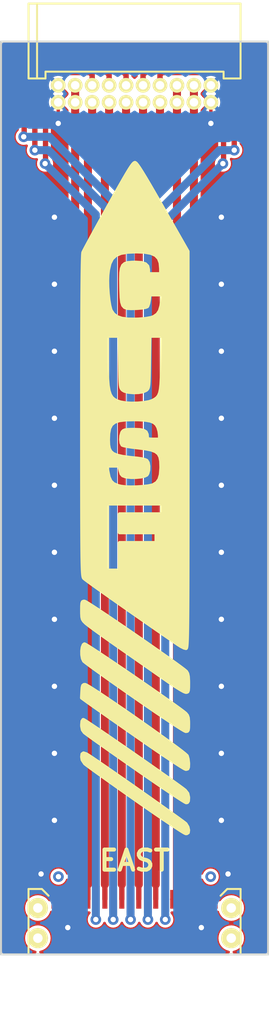
<source format=kicad_pcb>
(kicad_pcb (version 20221018) (generator pcbnew)
  (layers (0 "F.Cu" signal) (31 "B.Cu" signal) (34 "B.Paste" user) (35 "F.Paste" user) (36 "B.SilkS" user "B.Silkscreen") (37 "F.SilkS" user "F.Silkscreen") (38 "B.Mask" user) (39 "F.Mask" user) (44 "Edge.Cuts" user))
  (net 0 "")
  (net 1 "GND")
  (net 2 "/PYRO_SO")
  (net 3 "/PYRO_SI")
  (net 4 "/5v_RADIO")
  (net 5 "/PYRO1")
  (net 6 "/5v_IMU")
  (net 7 "/PYRO2")
  (net 8 "/5v_AUX1")
  (net 9 "/PYRO3")
  (net 10 "/5v_AUX2")
  (net 11 "/PYRO4")
  (net 12 "/5v_CAM")
  (net 13 "/PWR")
  (net 14 "/CHARGE")
  (footprint "agg:TFML-110-01-L-D-RA" (layer "F.Cu") (at 156 63 180)
    (fp_text reference "J1")
    (fp_text value "EAST TOP")
    (fp_line (start -7.9375 -1.649) (end -7.9375 3.939) (stroke (width 0.15)) (layer "F.SilkS"))
    (fp_line (start -6.6675 -1.649) (end -7.9375 -1.649) (stroke (width 0.15)) (layer "F.SilkS"))
    (fp_line (start -6.6675 -1.649) (end -6.6675 -1.141) (stroke (width 0.15)) (layer "F.SilkS"))
    (fp_line (start 6.6675 -1.649) (end 6.6675 -1.141) (stroke (width 0.15)) (layer "F.SilkS"))
    (fp_line (start 6.6675 -1.141) (end -6.6675 -1.141) (stroke (width 0.15)) (layer "F.SilkS"))
    (fp_line (start 7.3 -1.649) (end 7.3 3.939) (stroke (width 0.15)) (layer "F.SilkS"))
    (fp_line (start 7.9375 -1.649) (end 6.6675 -1.649) (stroke (width 0.15)) (layer "F.SilkS"))
    (fp_line (start 7.9375 -1.649) (end 7.9375 3.939) (stroke (width 0.15)) (layer "F.SilkS"))
    (fp_line (start 7.9375 3.939) (end -7.9375 3.939) (stroke (width 0.15)) (layer "F.SilkS"))
    (pad "1" thru_hole circle (at -5.715 -2.159) (size 1.1 1.1) (drill 0.635) (layers "*.Cu" "*.Mask" "F.SilkS") (net 1 "GND"))
    (pad "2" thru_hole circle (at -5.715 -3.429) (size 1.1 1.1) (drill 0.635) (layers "*.Cu" "*.Mask" "F.SilkS") (net 1 "GND"))
    (pad "3" thru_hole circle (at -4.445 -2.159) (size 1.1 1.1) (drill 0.635) (layers "*.Cu" "*.Mask" "F.SilkS") (net 2 "/PYRO_SO"))
    (pad "4" thru_hole circle (at -4.445 -3.429) (size 1.1 1.1) (drill 0.635) (layers "*.Cu" "*.Mask" "F.SilkS") (net 2 "/PYRO_SO"))
    (pad "5" thru_hole circle (at -3.175 -2.159) (size 1.1 1.1) (drill 0.635) (layers "*.Cu" "*.Mask" "F.SilkS") (net 3 "/PYRO_SI"))
    (pad "6" thru_hole circle (at -3.175 -3.429) (size 1.1 1.1) (drill 0.635) (layers "*.Cu" "*.Mask" "F.SilkS") (net 3 "/PYRO_SI"))
    (pad "7" thru_hole circle (at -1.905 -2.159) (size 1.1 1.1) (drill 0.635) (layers "*.Cu" "*.Mask" "F.SilkS") (net 4 "/5v_RADIO"))
    (pad "8" thru_hole circle (at -1.905 -3.429) (size 1.1 1.1) (drill 0.635) (layers "*.Cu" "*.Mask" "F.SilkS") (net 5 "/PYRO1"))
    (pad "9" thru_hole circle (at -0.635 -2.159) (size 1.1 1.1) (drill 0.635) (layers "*.Cu" "*.Mask" "F.SilkS") (net 6 "/5v_IMU"))
    (pad "10" thru_hole circle (at -0.635 -3.429) (size 1.1 1.1) (drill 0.635) (layers "*.Cu" "*.Mask" "F.SilkS") (net 7 "/PYRO2"))
    (pad "11" thru_hole circle (at 0.635 -2.159) (size 1.1 1.1) (drill 0.635) (layers "*.Cu" "*.Mask" "F.SilkS") (net 8 "/5v_AUX1"))
    (pad "12" thru_hole circle (at 0.635 -3.429) (size 1.1 1.1) (drill 0.635) (layers "*.Cu" "*.Mask" "F.SilkS") (net 9 "/PYRO3"))
    (pad "13" thru_hole circle (at 1.905 -2.159) (size 1.1 1.1) (drill 0.635) (layers "*.Cu" "*.Mask" "F.SilkS") (net 10 "/5v_AUX2"))
    (pad "14" thru_hole circle (at 1.905 -3.429) (size 1.1 1.1) (drill 0.635) (layers "*.Cu" "*.Mask" "F.SilkS") (net 11 "/PYRO4"))
    (pad "15" thru_hole circle (at 3.175 -2.159) (size 1.1 1.1) (drill 0.635) (layers "*.Cu" "*.Mask" "F.SilkS") (net 12 "/5v_CAM"))
    (pad "16" thru_hole circle (at 3.175 -3.429) (size 1.1 1.1) (drill 0.635) (layers "*.Cu" "*.Mask" "F.SilkS") (net 13 "/PWR"))
    (pad "17" thru_hole circle (at 4.445 -2.159) (size 1.1 1.1) (drill 0.635) (layers "*.Cu" "*.Mask" "F.SilkS") (net 14 "/CHARGE"))
    (pad "18" thru_hole circle (at 4.445 -3.429) (size 1.1 1.1) (drill 0.635) (layers "*.Cu" "*.Mask" "F.SilkS") (net 14 "/CHARGE"))
    (pad "19" thru_hole circle (at 5.715 -2.159) (size 1.1 1.1) (drill 0.635) (layers "*.Cu" "*.Mask" "F.SilkS") (net 1 "GND"))
    (pad "20" thru_hole circle (at 5.715 -3.429) (size 1.1 1.1) (drill 0.635) (layers "*.Cu" "*.Mask" "F.SilkS") (net 1 "GND"))
  )
  (footprint "agg:SFM-110-02-L-DH" (layer "F.Cu") (at 156 129.7 180)
    (fp_text reference "J2")
    (fp_text value "EAST BOT")
    (fp_line (start -7.94 -0.23) (end -7.94 4.58) (stroke (width 0.15)) (layer "F.SilkS"))
    (fp_line (start -7.94 4.58) (end -6.94 4.58) (stroke (width 0.15)) (layer "F.SilkS"))
    (fp_line (start -6.44 4.08) (end -6.94 4.58) (stroke (width 0.15)) (layer "F.SilkS"))
    (fp_line (start 6.44 4.08) (end 6.94 4.58) (stroke (width 0.15)) (layer "F.SilkS"))
    (fp_line (start 6.94 4.58) (end 7.94 4.58) (stroke (width 0.15)) (layer "F.SilkS"))
    (fp_line (start 7.94 -0.23) (end 7.94 4.58) (stroke (width 0.15)) (layer "F.SilkS"))
    (pad "" thru_hole circle (at -7.2395 0.91 180) (size 1.5 1.5) (drill 0.71) (layers "*.Cu" "*.Mask" "F.SilkS"))
    (pad "" thru_hole circle (at -7.2395 3.16 180) (size 1.5 1.5) (drill 0.71) (layers "*.Cu" "*.Mask" "F.SilkS"))
    (pad "" thru_hole circle (at 7.2395 0.91 180) (size 1.5 1.5) (drill 0.71) (layers "*.Cu" "*.Mask" "F.SilkS"))
    (pad "" thru_hole circle (at 7.2395 3.16 180) (size 1.5 1.5) (drill 0.71) (layers "*.Cu" "*.Mask" "F.SilkS"))
    (pad "1" smd rect (at -6.0325 3.81 180) (size 0.38 1.4) (layers "F.Cu" "F.Paste" "F.Mask") (net 1 "GND"))
    (pad "2" smd rect (at -5.3975 3.81 180) (size 0.38 1.4) (layers "F.Cu" "F.Paste" "F.Mask") (net 1 "GND"))
    (pad "3" smd rect (at -4.7625 3.81 180) (size 0.38 1.4) (layers "F.Cu" "F.Paste" "F.Mask") (net 2 "/PYRO_SO"))
    (pad "4" smd rect (at -4.1275 3.81 180) (size 0.38 1.4) (layers "F.Cu" "F.Paste" "F.Mask") (net 2 "/PYRO_SO"))
    (pad "5" smd rect (at -3.4925 3.81 180) (size 0.38 1.4) (layers "F.Cu" "F.Paste" "F.Mask") (net 3 "/PYRO_SI"))
    (pad "6" smd rect (at -2.8575 3.81 180) (size 0.38 1.4) (layers "F.Cu" "F.Paste" "F.Mask") (net 3 "/PYRO_SI"))
    (pad "7" smd rect (at -2.2225 3.81 180) (size 0.38 1.4) (layers "F.Cu" "F.Paste" "F.Mask") (net 4 "/5v_RADIO"))
    (pad "8" smd rect (at -1.5875 3.81 180) (size 0.38 1.4) (layers "F.Cu" "F.Paste" "F.Mask") (net 5 "/PYRO1"))
    (pad "9" smd rect (at -0.9525 3.81 180) (size 0.38 1.4) (layers "F.Cu" "F.Paste" "F.Mask") (net 6 "/5v_IMU"))
    (pad "10" smd rect (at -0.3175 3.81 180) (size 0.38 1.4) (layers "F.Cu" "F.Paste" "F.Mask") (net 7 "/PYRO2"))
    (pad "11" smd rect (at 0.3175 3.81 180) (size 0.38 1.4) (layers "F.Cu" "F.Paste" "F.Mask") (net 8 "/5v_AUX1"))
    (pad "12" smd rect (at 0.9525 3.81 180) (size 0.38 1.4) (layers "F.Cu" "F.Paste" "F.Mask") (net 9 "/PYRO3"))
    (pad "13" smd rect (at 1.5875 3.81 180) (size 0.38 1.4) (layers "F.Cu" "F.Paste" "F.Mask") (net 10 "/5v_AUX2"))
    (pad "14" smd rect (at 2.2225 3.81 180) (size 0.38 1.4) (layers "F.Cu" "F.Paste" "F.Mask") (net 11 "/PYRO4"))
    (pad "15" smd rect (at 2.8575 3.81 180) (size 0.38 1.4) (layers "F.Cu" "F.Paste" "F.Mask") (net 12 "/5v_CAM"))
    (pad "16" smd rect (at 3.4925 3.81 180) (size 0.38 1.4) (layers "F.Cu" "F.Paste" "F.Mask") (net 13 "/PWR"))
    (pad "17" smd rect (at 4.1275 3.81 180) (size 0.38 1.4) (layers "F.Cu" "F.Paste" "F.Mask") (net 14 "/CHARGE"))
    (pad "18" smd rect (at 4.7625 3.81 180) (size 0.38 1.4) (layers "F.Cu" "F.Paste" "F.Mask") (net 14 "/CHARGE"))
    (pad "19" smd rect (at 5.3975 3.81 180) (size 0.38 1.4) (layers "F.Cu" "F.Paste" "F.Mask") (net 1 "GND"))
    (pad "20" smd rect (at 6.0325 3.81 180) (size 0.38 1.4) (layers "F.Cu" "F.Paste" "F.Mask") (net 1 "GND"))
  )
  (footprint "m3psu:cusf_logo_large" (layer "F.Cu") (at 156 95.95)
    (fp_text reference "G***" hide)
    (fp_text value "LOGO" hide)
    (fp_poly (pts (xy 4.029075 24.779304) (xy 4.004875 24.960606) (xy 3.907084 25.022166) (xy 3.836192 25.023892) (xy 3.729988 24.974401) (xy 3.497861 24.835289) (xy 3.153886 24.615916) (xy 2.712134 24.325647) (xy 2.186673 23.973845) (xy 1.591577 23.569874) (xy 0.940915 23.123089) (xy 0.248759 22.642859) (xy 0.067684 22.516437) (xy -0.63565 22.023673) (xy -1.301656 21.554996) (xy -1.916017 21.120626) (xy -2.46442 20.73077) (xy -2.932556 20.395651) (xy -3.30611 20.125481) (xy -3.570772 19.930474) (xy -3.712227 19.820849) (xy -3.725646 19.808963) (xy -3.90902 19.533334) (xy -3.94335 19.316043) (xy -3.91712 19.106156) (xy -3.820851 19.039506) (xy -3.628187 19.102802) (xy -3.575008 19.130291) (xy -3.43332 19.217582) (xy -3.172314 19.389848) (xy -2.808483 19.635545) (xy -2.358337 19.943126) (xy -1.838373 20.301049) (xy -1.265099 20.697768) (xy -0.655017 21.121736) (xy -0.024627 21.561409) (xy 0.609565 22.00524) (xy 1.23106 22.441687) (xy 1.823351 22.859204) (xy 2.369936 23.246244) (xy 2.854313 23.591266) (xy 3.25998 23.882718) (xy 3.570434 24.109061) (xy 3.769168 24.258747) (xy 3.836192 24.315058) (xy 3.977934 24.550069) (xy 4.029075 24.779304)) (stroke (width 0.27)) (fill solid) (layer "F.SilkS"))
    (fp_poly (pts (xy 4.029075 19.849369) (xy 4.019239 20.086361) (xy 3.974449 20.197137) (xy 3.871784 20.226502) (xy 3.836192 20.226418) (xy 3.727466 20.177459) (xy 3.492663 20.03869) (xy 3.145697 19.819293) (xy 2.700481 19.528449) (xy 2.170924 19.175338) (xy 1.570944 18.769139) (xy 0.91445 18.31903) (xy 0.296017 17.890413) (xy -0.394667 17.409138) (xy -1.05641 16.9476) (xy -1.67299 16.517145) (xy -2.228186 16.129112) (xy -2.705783 15.794843) (xy -3.089561 15.52568) (xy -3.363298 15.332968) (xy -3.501506 15.234747) (xy -3.951734 14.91041) (xy -3.926113 14.42036) (xy -3.904913 14.14229) (xy -3.866632 13.995083) (xy -3.793235 13.938167) (xy -3.708331 13.930313) (xy -3.594094 13.978702) (xy -3.357164 14.116356) (xy -3.013724 14.332002) (xy -2.579961 14.614368) (xy -2.072058 14.952184) (xy -1.506206 15.334175) (xy -0.898582 15.74907) (xy -0.265378 16.185598) (xy 0.377225 16.632483) (xy 1.013037 17.078456) (xy 1.625881 17.512243) (xy 2.199563 17.922576) (xy 2.717901 18.298178) (xy 3.164711 18.627778) (xy 3.523808 18.900105) (xy 3.779004 19.103885) (xy 3.914117 19.227848) (xy 3.929874 19.249923) (xy 3.992701 19.474692) (xy 4.02695 19.766219) (xy 4.029075 19.849369)) (stroke (width 0.27)) (fill solid) (layer "F.SilkS"))
    (fp_poly (pts (xy 4.029075 22.381491) (xy 4.012789 22.604981) (xy 3.950362 22.701792) (xy 3.869513 22.717125) (xy 3.770002 22.669427) (xy 3.543961 22.532469) (xy 3.205224 22.315457) (xy 2.767616 22.027591) (xy 2.244972 21.678073) (xy 1.65112 21.276111) (xy 0.999888 20.830905) (xy 0.305111 20.351658) (xy 0.074939 20.191985) (xy -0.633752 19.698814) (xy -1.304176 19.230612) (xy -1.922249 18.797327) (xy -2.473891 18.408911) (xy -2.945014 18.075312) (xy -3.32154 17.806484) (xy -3.58938 17.612375) (xy -3.734456 17.502936) (xy -3.751715 17.488308) (xy -3.888475 17.298417) (xy -3.940761 17.03221) (xy -3.94335 16.927348) (xy -3.919965 16.657283) (xy -3.8507 16.54735) (xy -3.834327 16.544925) (xy -3.745105 16.592464) (xy -3.531632 16.727747) (xy -3.209817 16.939765) (xy -2.795561 17.217506) (xy -2.304771 17.549965) (xy -1.753353 17.926129) (xy -1.157209 18.33499) (xy -0.532246 18.76554) (xy 0.105635 19.206769) (xy 0.740521 19.647668) (xy 1.356515 20.07723) (xy 1.937706 20.484444) (xy 2.468194 20.858302) (xy 2.932073 21.187794) (xy 3.313435 21.461911) (xy 3.596376 21.669644) (xy 3.764993 21.799986) (xy 3.79333 21.8246) (xy 3.969467 22.050338) (xy 4.028006 22.323676) (xy 4.029075 22.381491)) (stroke (width 0.27)) (fill solid) (layer "F.SilkS"))
    (fp_poly (pts (xy 4.029075 16.841064) (xy 4.024733 17.142357) (xy 4.002925 17.310443) (xy 3.950462 17.383507) (xy 3.854156 17.39974) (xy 3.836192 17.399648) (xy 3.727253 17.350991) (xy 3.490511 17.211469) (xy 3.138199 16.989148) (xy 2.682536 16.692094) (xy 2.135754 16.328374) (xy 1.510075 15.906059) (xy 0.81773 15.433208) (xy 0.070943 14.917894) (xy 0 14.868681) (xy -0.708394 14.375605) (xy -1.37723 13.90726) (xy -1.992605 13.473575) (xy -2.540619 13.084481) (xy -3.007368 12.749905) (xy -3.378947 12.479778) (xy -3.641458 12.284031) (xy -3.780991 12.172591) (xy -3.797059 12.156772) (xy -3.886839 11.966954) (xy -3.932728 11.700285) (xy -3.936638 11.40871) (xy -3.900471 11.144158) (xy -3.826135 10.958574) (xy -3.751048 10.903191) (xy -3.658505 10.945838) (xy -3.44166 11.076016) (xy -3.116548 11.282757) (xy -2.699203 11.555101) (xy -2.205665 11.88209) (xy -1.651968 12.252757) (xy -1.054142 12.656139) (xy -0.428231 13.081279) (xy 0.209736 13.51721) (xy 0.84372 13.952971) (xy 1.457689 14.3776) (xy 2.035603 14.780135) (xy 2.561431 15.149614) (xy 3.019135 15.475072) (xy 3.392677 15.74555) (xy 3.666028 15.950083) (xy 3.823146 16.077712) (xy 3.836192 16.090032) (xy 3.945337 16.227184) (xy 4.004319 16.401191) (xy 4.027004 16.66605) (xy 4.029075 16.841064)) (stroke (width 0.27)) (fill solid) (layer "F.SilkS"))
    (fp_poly (pts (xy 4.029075 13.811221) (xy 4.026194 14.148716) (xy 4.010882 14.349593) (xy 3.973131 14.448659) (xy 3.902934 14.480729) (xy 3.836192 14.482166) (xy 3.701997 14.432691) (xy 3.457949 14.299683) (xy 3.132856 14.100456) (xy 2.755512 13.852323) (xy 2.528888 13.696204) (xy 2.176843 13.450053) (xy 1.711787 13.125551) (xy 1.161567 12.742088) (xy 0.554032 12.319066) (xy -0.082974 11.875872) (xy -0.721605 11.431903) (xy -0.985838 11.248324) (xy -1.567399 10.842322) (xy -2.114743 10.45633) (xy -2.60904 10.103921) (xy -3.031471 9.798665) (xy -3.363206 9.554131) (xy -3.585419 9.383896) (xy -3.664745 9.317133) (xy -3.805261 9.174389) (xy -3.888289 9.042689) (xy -3.92891 8.871522) (xy -3.942211 8.610384) (xy -3.94335 8.384232) (xy -3.940372 8.048873) (xy -3.92465 7.849821) (xy -3.886018 7.751951) (xy -3.814304 7.720142) (xy -3.75047 7.718163) (xy -3.648264 7.766283) (xy -3.422139 7.902201) (xy -3.088241 8.114826) (xy -2.662713 8.39308) (xy -2.161701 8.725876) (xy -1.601346 9.102127) (xy -0.997796 9.51075) (xy -0.367192 9.940658) (xy 0.274317 10.380768) (xy 0.910591 10.819994) (xy 1.525484 11.24725) (xy 2.102852 11.651456) (xy 2.626549 12.021521) (xy 3.080433 12.34636) (xy 3.448356 12.614894) (xy 3.714177 12.816033) (xy 3.861751 12.938692) (xy 3.879055 12.956714) (xy 3.961759 13.102182) (xy 4.008952 13.32153) (xy 4.027828 13.655704) (xy 4.029075 13.811221)) (stroke (width 0.27)) (fill solid) (layer "F.SilkS"))
    (fp_poly (pts (xy 3.986213 -3.606549) (xy 3.98611 -1.730017) (xy 3.985759 -0.017523) (xy 3.985095 1.538344) (xy 3.984044 2.944998) (xy 3.982546 4.209848) (xy 3.980526 5.340308) (xy 3.977921 6.343788) (xy 3.974659 7.227703) (xy 3.970677 7.99946) (xy 3.965906 8.666476) (xy 3.960276 9.23616) (xy 3.953721 9.715923) (xy 3.946174 10.113177) (xy 3.937564 10.435338) (xy 3.927828 10.689813) (xy 3.916895 10.884013) (xy 3.904697 11.025356) (xy 3.89117 11.121249) (xy 3.876242 11.179104) (xy 3.859847 11.206337) (xy 3.850848 11.210829) (xy 3.71399 11.178518) (xy 3.490128 11.068493) (xy 3.250773 10.919699) (xy 2.573683 10.456236) (xy 2.081211 10.117499) (xy 2.081211 -15.173325) (xy 1.608965 -15.173325) (xy 1.136722 -15.173325) (xy 1.092401 -14.780108) (xy 1.045032 -14.521289) (xy 0.977608 -14.329872) (xy 0.948475 -14.28719) (xy 0.820951 -14.238372) (xy 0.567208 -14.19528) (xy 0.232475 -14.164805) (xy 0.101855 -14.158287) (xy -0.27229 -14.148405) (xy -0.548702 -14.166954) (xy -0.74287 -14.236017) (xy -0.87028 -14.377667) (xy -0.946418 -14.613988) (xy -0.986772 -14.967053) (xy -1.00683 -15.458947) (xy -1.01375 -15.74873) (xy -1.023011 -16.35117) (xy -1.011444 -16.803769) (xy -0.966106 -17.127949) (xy -0.874047 -17.345143) (xy -0.722326 -17.476771) (xy -0.497996 -17.544262) (xy -0.188114 -17.569043) (xy 0.088079 -17.572456) (xy 0.520881 -17.54591) (xy 0.809155 -17.456572) (xy 0.971919 -17.293098) (xy 1.028192 -17.04415) (xy 1.0287 -17.011553) (xy 1.0287 -16.716375) (xy 1.500188 -16.716375) (xy 1.971675 -16.716375) (xy 1.971675 -17.110616) (xy 1.933041 -17.545016) (xy 1.80694 -17.87629) (xy 1.578066 -18.114986) (xy 1.231108 -18.271656) (xy 0.750765 -18.356852) (xy 0.128588 -18.381149) (xy -0.523527 -18.354357) (xy -1.029151 -18.268019) (xy -1.407556 -18.106411) (xy -1.678007 -17.853815) (xy -1.859771 -17.494507) (xy -1.972112 -17.012768) (xy -2.016676 -16.63065) (xy -2.033416 -16.218465) (xy -2.022827 -15.741713) (xy -1.989155 -15.243798) (xy -1.936653 -14.768123) (xy -1.869572 -14.358087) (xy -1.79216 -14.057096) (xy -1.756199 -13.970921) (xy -1.569078 -13.704625) (xy -1.309883 -13.513775) (xy -0.956672 -13.391498) (xy -0.487501 -13.330926) (xy 0.11957 -13.325186) (xy 0.28694 -13.33115) (xy 0.842033 -13.373197) (xy 1.243728 -13.447013) (xy 1.444227 -13.520042) (xy 1.706044 -13.70098) (xy 1.883134 -13.962426) (xy 1.992095 -14.336606) (xy 2.035376 -14.667858) (xy 2.081211 -15.173325) (xy 2.081211 10.117499) (xy 2.07707 10.114648) (xy 2.07707 -12.087225) (xy 1.605047 -12.087225) (xy 1.133028 -12.087225) (xy 1.102013 -10.150612) (xy 1.091553 -9.526459) (xy 1.081112 -9.051124) (xy 1.068185 -8.701997) (xy 1.050257 -8.456465) (xy 1.02482 -8.291913) (xy 0.989366 -8.185733) (xy 0.941385 -8.115312) (xy 0.878364 -8.058037) (xy 0.868903 -8.05035) (xy 0.639808 -7.946438) (xy 0.304428 -7.887753) (xy -0.078149 -7.874288) (xy -0.448832 -7.90604) (xy -0.748535 -7.983006) (xy -0.869187 -8.050469) (xy -0.934435 -8.10763) (xy -0.984263 -8.174774) (xy -1.021162 -8.274512) (xy -1.047613 -8.429457) (xy -1.066106 -8.662218) (xy -1.079125 -8.995409) (xy -1.089156 -9.451644) (xy -1.098689 -10.053536) (xy -1.100126 -10.150731) (xy -1.128686 -12.087225) (xy -1.593043 -12.087225) (xy -2.0574 -12.087225) (xy -2.0574 -10.341564) (xy -2.052184 -9.546266) (xy -2.032682 -8.903749) (xy -1.993127 -8.395564) (xy -1.927746 -8.003251) (xy -1.830773 -7.70836) (xy -1.696432 -7.492433) (xy -1.518958 -7.337018) (xy -1.292576 -7.223658) (xy -1.058484 -7.146892) (xy -0.697291 -7.082062) (xy -0.246999 -7.054908) (xy 0.239009 -7.062984) (xy 0.707351 -7.103846) (xy 1.104648 -7.175048) (xy 1.345343 -7.256971) (xy 1.537718 -7.361366) (xy 1.68929 -7.477393) (xy 1.80532 -7.626064) (xy 1.891064 -7.828385) (xy 1.951781 -8.105368) (xy 1.99273 -8.478022) (xy 2.019165 -8.967359) (xy 2.036345 -9.594388) (xy 2.044483 -10.05075) (xy 2.07707 -12.087225) (xy 2.07707 10.114648) (xy 2.0574 10.101121) (xy 2.0574 1.20015) (xy 2.0574 0.814388) (xy 2.0574 0.428625) (xy 1.989743 0.428625) (xy 1.989743 -2.323955) (xy 1.97562 -2.744574) (xy 1.915245 -3.066066) (xy 1.78784 -3.304932) (xy 1.572631 -3.477686) (xy 1.248839 -3.600836) (xy 0.79569 -3.690889) (xy 0.192402 -3.764353) (xy 0.17466 -3.766179) (xy -0.22589 -3.813907) (xy -0.568223 -3.867126) (xy -0.81338 -3.91898) (xy -0.918335 -3.958473) (xy -0.995695 -4.113504) (xy -1.024944 -4.363718) (xy -1.006879 -4.639977) (xy -0.942295 -4.873138) (xy -0.907065 -4.934237) (xy -0.823492 -5.0166) (xy -0.694456 -5.066758) (xy -0.481075 -5.092195) (xy -0.144469 -5.100403) (xy -0.043073 -5.100638) (xy 0.390188 -5.085129) (xy 0.679631 -5.029414) (xy 0.850843 -4.919727) (xy 0.929405 -4.742294) (xy 0.942975 -4.569904) (xy 0.957671 -4.456318) (xy 1.029542 -4.397158) (xy 1.200263 -4.374931) (xy 1.414462 -4.371975) (xy 1.88595 -4.371975) (xy 1.88595 -4.674767) (xy 1.850467 -4.970136) (xy 1.764669 -5.267654) (xy 1.760446 -5.277928) (xy 1.635868 -5.493107) (xy 1.45209 -5.650403) (xy 1.184763 -5.757653) (xy 0.809538 -5.82269) (xy 0.302073 -5.853357) (xy -0.042863 -5.858414) (xy -0.671744 -5.844158) (xy -1.150856 -5.785673) (xy -1.499391 -5.667837) (xy -1.73654 -5.475524) (xy -1.881495 -5.193612) (xy -1.95345 -4.806975) (xy -1.971675 -4.338444) (xy -1.958342 -3.971821) (xy -1.905449 -3.684909) (xy -1.793653 -3.465304) (xy -1.603614 -3.300604) (xy -1.315988 -3.178405) (xy -0.911431 -3.086305) (xy -0.370607 -3.011901) (xy 0.184615 -2.95572) (xy 0.501609 -2.912331) (xy 0.764759 -2.851473) (xy 0.905615 -2.79264) (xy 1.006074 -2.629041) (xy 1.051442 -2.370071) (xy 1.041614 -2.08275) (xy 0.976469 -1.834107) (xy 0.907419 -1.727933) (xy 0.739622 -1.646357) (xy 0.453757 -1.586941) (xy 0.102252 -1.553783) (xy -0.262464 -1.550985) (xy -0.58796 -1.582643) (xy -0.6858 -1.603355) (xy -0.884358 -1.675825) (xy -0.993573 -1.799396) (xy -1.065029 -2.033251) (xy -1.066597 -2.04022) (xy -1.147354 -2.4003) (xy -1.612111 -2.4003) (xy -2.07687 -2.4003) (xy -2.016981 -2.00094) (xy -1.924212 -1.557654) (xy -1.782991 -1.250918) (xy -1.56374 -1.046882) (xy -1.236867 -0.911682) (xy -1.018391 -0.858163) (xy -0.704886 -0.818818) (xy -0.293682 -0.804422) (xy 0.165083 -0.81257) (xy 0.62127 -0.840872) (xy 1.024739 -0.886926) (xy 1.325349 -0.948337) (xy 1.398646 -0.973706) (xy 1.665325 -1.138128) (xy 1.845172 -1.386056) (xy 1.949268 -1.742815) (xy 1.988704 -2.233723) (xy 1.989743 -2.323955) (xy 1.989743 0.428625) (xy 0 0.428625) (xy -2.0574 0.428625) (xy -2.0574 2.91465) (xy -2.0574 5.400675) (xy -1.585913 5.400675) (xy -1.114425 5.400675) (xy -1.114425 4.371975) (xy -1.114425 3.343275) (xy 0.257175 3.343275) (xy 1.628775 3.343275) (xy 1.628775 2.957512) (xy 1.628775 2.57175) (xy 0.257175 2.57175) (xy -1.114425 2.57175) (xy -1.114425 1.88595) (xy -1.114425 1.20015) (xy 0.471488 1.20015) (xy 2.0574 1.20015) (xy 2.0574 10.101121) (xy 1.866731 9.969974) (xy 1.144206 9.47093) (xy 0.420395 8.969122) (xy -0.290407 8.474566) (xy -0.973917 7.997276) (xy -1.615845 7.547269) (xy -2.201899 7.134564) (xy -2.71779 6.769178) (xy -3.149231 6.461124) (xy -3.481931 6.220422) (xy -3.7016 6.057086) (xy -3.793333 5.981861) (xy -3.814339 5.950832) (xy -3.833293 5.90257) (xy -3.850303 5.828609) (xy -3.865468 5.720482) (xy -3.878901 5.569725) (xy -3.8907 5.367867) (xy -3.900974 5.106445) (xy -3.909827 4.776994) (xy -3.917362 4.371049) (xy -3.923686 3.880138) (xy -3.9289 3.295801) (xy -3.933114 2.609566) (xy -3.93643 1.812972) (xy -3.938954 0.897553) (xy -3.940788 -0.145163) (xy -3.942041 -1.323635) (xy -3.942815 -2.646332) (xy -3.943215 -4.121723) (xy -3.943347 -5.758268) (xy -3.94335 -6.133255) (xy -3.942786 -8.03804) (xy -3.941082 -9.773549) (xy -3.938217 -11.341955) (xy -3.934184 -12.745431) (xy -3.928959 -13.986146) (xy -3.92253 -15.066275) (xy -3.914879 -15.987988) (xy -3.90599 -16.753454) (xy -3.895849 -17.36485) (xy -3.884436 -17.824344) (xy -3.871738 -18.13411) (xy -3.857738 -18.296318) (xy -3.852716 -18.318139) (xy -3.792501 -18.442544) (xy -3.657377 -18.699641) (xy -3.456489 -19.072697) (xy -3.198992 -19.544976) (xy -2.89403 -20.099742) (xy -2.550758 -20.720259) (xy -2.17832 -21.389792) (xy -1.949578 -21.799292) (xy -1.503857 -22.59411) (xy -1.132796 -23.250796) (xy -0.828789 -23.781649) (xy -0.584234 -24.198961) (xy -0.391527 -24.515028) (xy -0.243062 -24.742144) (xy -0.131236 -24.892604) (xy -0.048446 -24.978704) (xy 0.012911 -25.012741) (xy 0.038615 -25.01398) (xy 0.105068 -24.969654) (xy 0.211043 -24.844177) (xy 0.362532 -24.627904) (xy 0.56552 -24.311191) (xy 0.826 -23.884392) (xy 1.14996 -23.33786) (xy 1.543385 -22.661953) (xy 2.012264 -21.84702) (xy 2.100262 -21.693347) (xy 3.986213 -18.397857) (xy 3.986213 -3.606549)) (stroke (width 0.27)) (fill solid) (layer "F.SilkS"))
  )
  (gr_line (start 166 61.9) (end 166 130) (stroke (width 0.15)) (layer "Edge.Cuts"))
  (gr_line (start 146 130) (end 146 61.9) (stroke (width 0.15)) (layer "Edge.Cuts"))
  (gr_line (start 166 130) (end 146 130) (stroke (width 0.15)) (layer "Edge.Cuts"))
  (gr_line (start 146 61.9) (end 166 61.9) (stroke (width 0.15)) (layer "Edge.Cuts"))
  (gr_text "EAST" (at 156 123) (layer "F.SilkS") (effects (font (size 1.5 1.5) (thickness 0.3))))
  (via (at 161.7 124.2) (size 0.8) (drill 0.4) (layers "F.Cu" "B.Cu") (net 0))
  (via (at 150.3 124.2) (size 0.8) (drill 0.4) (layers "F.Cu" "B.Cu") (net 0))
  (segment (start 161.715 66.429) (end 161.715 68) (width 0.25) (layer "F.Cu") (net 1))
  (segment (start 149.9675 124.9675) (end 149 124) (width 0.25) (layer "F.Cu") (net 1))
  (segment (start 150 80) (end 150 85) (width 0.4) (layer "F.Cu") (net 1))
  (segment (start 161.715 74.215) (end 162.5 75) (width 0.4) (layer "F.Cu") (net 1))
  (segment (start 150.6025 127.6025) (end 151 128) (width 0.25) (layer "F.Cu") (net 1))
  (segment (start 161.3975 125.89) (end 161.3975 127.6025) (width 0.25) (layer "F.Cu") (net 1))
  (segment (start 150 100) (end 150 105) (width 0.4) (layer "F.Cu") (net 1))
  (segment (start 150 90) (end 150 95) (width 0.4) (layer "F.Cu") (net 1))
  (segment (start 162.5 110) (end 162.5 115) (width 0.4) (layer "F.Cu") (net 1))
  (segment (start 150.6025 125.89) (end 150.6025 127.6025) (width 0.25) (layer "F.Cu") (net 1))
  (segment (start 150 110) (end 150 115) (width 0.4) (layer "F.Cu") (net 1))
  (segment (start 162.5 90) (end 162.5 95) (width 0.4) (layer "F.Cu") (net 1))
  (segment (start 150 71.410002) (end 150 75) (width 0.4) (layer "F.Cu") (net 1))
  (segment (start 162.0325 125.89) (end 162.0325 124.9675) (width 0.25) (layer "F.Cu") (net 1))
  (segment (start 149.9675 125.89) (end 149.9675 124.9675) (width 0.25) (layer "F.Cu") (net 1))
  (segment (start 150.285 68) (end 150.285 71.125002) (width 0.4) (layer "F.Cu") (net 1))
  (segment (start 161.715 68) (end 161.715 74.215) (width 0.4) (layer "F.Cu") (net 1))
  (segment (start 150.285 71.125002) (end 150 71.410002) (width 0.4) (layer "F.Cu") (net 1))
  (segment (start 162.0325 124.9675) (end 163 124) (width 0.25) (layer "F.Cu") (net 1))
  (segment (start 162.5 100) (end 162.5 105) (width 0.4) (layer "F.Cu") (net 1))
  (segment (start 161.3975 127.6025) (end 161 128) (width 0.25) (layer "F.Cu") (net 1))
  (segment (start 150.285 66.429) (end 150.285 68) (width 0.25) (layer "F.Cu") (net 1))
  (segment (start 162.5 80) (end 162.5 85) (width 0.4) (layer "F.Cu") (net 1))
  (via (at 150 75) (size 0.8) (drill 0.4) (layers "F.Cu" "B.Cu") (net 1))
  (via (at 150 85) (size 0.8) (drill 0.4) (layers "F.Cu" "B.Cu") (net 1))
  (via (at 162.5 105) (size 0.8) (drill 0.4) (layers "F.Cu" "B.Cu") (net 1))
  (via (at 150 110) (size 0.8) (drill 0.4) (layers "F.Cu" "B.Cu") (net 1))
  (via (at 162.5 120) (size 0.8) (drill 0.4) (layers "F.Cu" "B.Cu") (net 1))
  (via (at 150 90) (size 0.8) (drill 0.4) (layers "F.Cu" "B.Cu") (net 1))
  (via (at 162.5 100) (size 0.8) (drill 0.4) (layers "F.Cu" "B.Cu") (net 1))
  (via (at 162.5 90) (size 0.8) (drill 0.4) (layers "F.Cu" "B.Cu") (net 1))
  (via (at 162.5 80) (size 0.8) (drill 0.4) (layers "F.Cu" "B.Cu") (net 1))
  (via (at 151 128) (size 0.8) (drill 0.4) (layers "F.Cu" "B.Cu") (net 1))
  (via (at 150.285 68) (size 0.8) (drill 0.4) (layers "F.Cu" "B.Cu") (net 1))
  (via (at 150 80) (size 0.8) (drill 0.4) (layers "F.Cu" "B.Cu") (net 1))
  (via (at 162.5 95) (size 0.8) (drill 0.4) (layers "F.Cu" "B.Cu") (net 1))
  (via (at 162.5 110) (size 0.8) (drill 0.4) (layers "F.Cu" "B.Cu") (net 1))
  (via (at 162.5 115) (size 0.8) (drill 0.4) (layers "F.Cu" "B.Cu") (net 1))
  (via (at 150 105) (size 0.8) (drill 0.4) (layers "F.Cu" "B.Cu") (net 1))
  (via (at 162.5 75) (size 0.8) (drill 0.4) (layers "F.Cu" "B.Cu") (net 1))
  (via (at 150 115) (size 0.8) (drill 0.4) (layers "F.Cu" "B.Cu") (net 1))
  (via (at 150 100) (size 0.8) (drill 0.4) (layers "F.Cu" "B.Cu") (net 1))
  (via (at 161.715 68) (size 0.8) (drill 0.4) (layers "F.Cu" "B.Cu") (net 1))
  (via (at 161 128) (size 0.8) (drill 0.4) (layers "F.Cu" "B.Cu") (net 1))
  (via (at 162.5 85) (size 0.8) (drill 0.4) (layers "F.Cu" "B.Cu") (net 1))
  (via (at 150 95) (size 0.8) (drill 0.4) (layers "F.Cu" "B.Cu") (net 1))
  (via (at 150 120) (size 0.8) (drill 0.4) (layers "F.Cu" "B.Cu") (net 1))
  (via (at 163 124) (size 0.8) (drill 0.4) (layers "F.Cu" "B.Cu") (net 1))
  (via (at 149 124) (size 0.8) (drill 0.4) (layers "F.Cu" "B.Cu") (net 1))
  (segment (start 150 105) (end 150 110) (width 0.4) (layer "B.Cu") (net 1))
  (segment (start 162.5 85) (end 162.5 90) (width 0.4) (layer "B.Cu") (net 1))
  (segment (start 162.5 105) (end 162.5 110) (width 0.4) (layer "B.Cu") (net 1))
  (segment (start 162.5 115) (end 162.5 120) (width 0.4) (layer "B.Cu") (net 1))
  (segment (start 150 95) (end 150 100) (width 0.4) (layer "B.Cu") (net 1))
  (segment (start 162.5 75) (end 162.5 80) (width 0.4) (layer "B.Cu") (net 1))
  (segment (start 150 85) (end 150 90) (width 0.4) (layer "B.Cu") (net 1))
  (segment (start 162.5 95) (end 162.5 100) (width 0.4) (layer "B.Cu") (net 1))
  (segment (start 150 75) (end 150 80) (width 0.4) (layer "B.Cu") (net 1))
  (segment (start 150 115) (end 150 120) (width 0.4) (layer "B.Cu") (net 1))
  (segment (start 160.445 65.159) (end 160.445 66.429) (width 0.6) (layer "F.Cu") (net 2))
  (segment (start 160.41 125.89) (end 160.445 125.855) (width 0.4) (layer "F.Cu") (net 2))
  (segment (start 160.7625 125.89) (end 160.41 125.89) (width 0.4) (layer "F.Cu") (net 2))
  (segment (start 160.1275 125.89) (end 160.41 125.89) (width 0.4) (layer "F.Cu") (net 2))
  (segment (start 160.445 66.429) (end 160.445 125.855) (width 0.6) (layer "F.Cu") (net 2))
  (segment (start 159.16 125.89) (end 159.175 125.875) (width 0.4) (layer "F.Cu") (net 3))
  (segment (start 158.8575 125.89) (end 159.16 125.89) (width 0.4) (layer "F.Cu") (net 3))
  (segment (start 159.4925 125.89) (end 159.16 125.89) (width 0.4) (layer "F.Cu") (net 3))
  (segment (start 159.175 65.159) (end 159.175 66.429) (width 0.6) (layer "F.Cu") (net 3))
  (segment (start 159.175 66.429) (end 159.175 125.875) (width 0.6) (layer "F.Cu") (net 3))
  (segment (start 157.905 64.381183) (end 158.077184 64.208999) (width 0.4) (layer "F.Cu") (net 4))
  (segment (start 162.171001 64.208999) (end 162.665001 64.702999) (width 0.4) (layer "F.Cu") (net 4))
  (segment (start 162.665001 64.702999) (end 162.665001 70.950009) (width 0.4) (layer "F.Cu") (net 4))
  (segment (start 158.2225 125.89) (end 158.2225 127.3225) (width 0.4) (layer "F.Cu") (net 4))
  (segment (start 157.905 65.159) (end 157.905 64.381183) (width 0.4) (layer "F.Cu") (net 4))
  (segment (start 158.2225 127.3225) (end 158.3 127.4) (width 0.4) (layer "F.Cu") (net 4))
  (segment (start 158.077184 64.208999) (end 162.171001 64.208999) (width 0.4) (layer "F.Cu") (net 4))
  (segment (start 162.665001 70.950009) (end 162.61501 71) (width 0.4) (layer "F.Cu") (net 4))
  (via (at 158.3 127.4) (size 0.8) (drill 0.4) (layers "F.Cu" "B.Cu") (net 4))
  (via (at 162.61501 71) (size 0.8) (drill 0.4) (layers "F.Cu" "B.Cu") (net 4))
  (segment (start 158.3 75.31501) (end 162.61501 71) (width 0.6) (layer "B.Cu") (net 4))
  (segment (start 158.3 127.4) (end 158.3 75.31501) (width 0.6) (layer "B.Cu") (net 4))
  (segment (start 157.905 67.865) (end 157.905 66.429) (width 0.6) (layer "F.Cu") (net 5))
  (segment (start 157.5875 124.79) (end 157.5875 68.1825) (width 0.6) (layer "F.Cu") (net 5))
  (segment (start 157.5875 124.79) (end 157.5875 125.89) (width 0.4) (layer "F.Cu") (net 5))
  (segment (start 157.5875 68.1825) (end 157.905 67.865) (width 0.6) (layer "F.Cu") (net 5))
  (segment (start 162.419534 63.60899) (end 163.465011 64.654467) (width 0.4) (layer "F.Cu") (net 6))
  (segment (start 156.635 64.381183) (end 157.407194 63.608989) (width 0.4) (layer "F.Cu") (net 6))
  (segment (start 157.407194 63.608989) (end 162.419534 63.60899) (width 0.4) (layer "F.Cu") (net 6))
  (segment (start 163.465011 64.654467) (end 163.465011 70) (width 0.4) (layer "F.Cu") (net 6))
  (segment (start 156.635 65.159) (end 156.635 64.381183) (width 0.4) (layer "F.Cu") (net 6))
  (segment (start 156.9525 125.89) (end 156.9525 127.3525) (width 0.4) (layer "F.Cu") (net 6))
  (segment (start 156.9525 127.3525) (end 157 127.4) (width 0.4) (layer "F.Cu") (net 6))
  (via (at 157 127.4) (size 0.8) (drill 0.4) (layers "F.Cu" "B.Cu") (net 6))
  (via (at 163.465011 70) (size 0.8) (drill 0.4) (layers "F.Cu" "B.Cu") (net 6))
  (segment (start 157 126.834315) (end 157 127.4) (width 0.6) (layer "B.Cu") (net 6))
  (segment (start 157 75.357008) (end 157 126.834315) (width 0.6) (layer "B.Cu") (net 6))
  (segment (start 162.357008 70) (end 157 75.357008) (width 0.6) (layer "B.Cu") (net 6))
  (segment (start 163.465011 70) (end 162.357008 70) (width 0.6) (layer "B.Cu") (net 6))
  (segment (start 156.3175 124.79) (end 156.3175 125.89) (width 0.4) (layer "F.Cu") (net 7))
  (segment (start 156.3175 124.79) (end 156.3175 68.1825) (width 0.6) (layer "F.Cu") (net 7))
  (segment (start 156.3175 68.1825) (end 156.635 67.865) (width 0.6) (layer "F.Cu") (net 7))
  (segment (start 156.635 67.865) (end 156.635 66.429) (width 0.6) (layer "F.Cu") (net 7))
  (segment (start 147.734979 68.965021) (end 147.7 69) (width 0.4) (layer "F.Cu") (net 8))
  (segment (start 153.992797 63.00898) (end 149.331933 63.008981) (width 0.4) (layer "F.Cu") (net 8))
  (segment (start 155.6825 125.89) (end 155.6825 127.3825) (width 0.4) (layer "F.Cu") (net 8))
  (segment (start 155.365 65.159) (end 155.365 64.381183) (width 0.4) (layer "F.Cu") (net 8))
  (segment (start 155.6825 127.3825) (end 155.7 127.4) (width 0.4) (layer "F.Cu") (net 8))
  (segment (start 147.734979 64.605935) (end 147.734979 68.965021) (width 0.4) (layer "F.Cu") (net 8))
  (segment (start 155.365 64.381183) (end 153.992797 63.00898) (width 0.4) (layer "F.Cu") (net 8))
  (segment (start 149.331933 63.008981) (end 147.734979 64.605935) (width 0.4) (layer "F.Cu") (net 8))
  (via (at 155.7 127.4) (size 0.8) (drill 0.4) (layers "F.Cu" "B.Cu") (net 8))
  (via (at 147.7 69) (size 0.8) (drill 0.4) (layers "F.Cu" "B.Cu") (net 8))
  (segment (start 147.7 69) (end 149.618676 69) (width 0.6) (layer "B.Cu") (net 8))
  (segment (start 155.7 75.081324) (end 155.7 126.834315) (width 0.6) (layer "B.Cu") (net 8))
  (segment (start 155.7 126.834315) (end 155.7 127.4) (width 0.6) (layer "B.Cu") (net 8))
  (segment (start 149.618676 69) (end 155.7 75.081324) (width 0.6) (layer "B.Cu") (net 8))
  (segment (start 155.0475 124.79) (end 155.0475 125.89) (width 0.4) (layer "F.Cu") (net 9))
  (segment (start 155.0475 124.79) (end 155.0475 68.1825) (width 0.6) (layer "F.Cu") (net 9))
  (segment (start 155.0475 68.1825) (end 155.365 67.865) (width 0.6) (layer "F.Cu") (net 9))
  (segment (start 155.365 67.865) (end 155.365 66.429) (width 0.6) (layer "F.Cu") (net 9))
  (segment (start 154.4125 125.89) (end 154.4125 127.3875) (width 0.4) (layer "F.Cu") (net 10))
  (segment (start 149.580466 63.60899) (end 148.534989 64.654467) (width 0.4) (layer "F.Cu") (net 10))
  (segment (start 148.534989 64.654467) (end 148.534989 69.134989) (width 0.4) (layer "F.Cu") (net 10))
  (segment (start 154.095 65.159) (end 154.095 64.381183) (width 0.4) (layer "F.Cu") (net 10))
  (segment (start 153.322807 63.60899) (end 149.580466 63.60899) (width 0.4) (layer "F.Cu") (net 10))
  (segment (start 154.095 64.381183) (end 153.322807 63.60899) (width 0.4) (layer "F.Cu") (net 10))
  (segment (start 148.534989 69.134989) (end 148.534989 70) (width 0.4) (layer "F.Cu") (net 10))
  (segment (start 154.4125 127.3875) (end 154.4 127.4) (width 0.4) (layer "F.Cu") (net 10))
  (via (at 154.4 127.4) (size 0.8) (drill 0.4) (layers "F.Cu" "B.Cu") (net 10))
  (via (at 148.534989 70) (size 0.8) (drill 0.4) (layers "F.Cu" "B.Cu") (net 10))
  (segment (start 149.558002 70) (end 154.4 74.841998) (width 0.6) (layer "B.Cu") (net 10))
  (segment (start 148.534989 70) (end 149.558002 70) (width 0.6) (layer "B.Cu") (net 10))
  (segment (start 154.4 74.841998) (end 154.4 126.834315) (width 0.6) (layer "B.Cu") (net 10))
  (segment (start 154.4 126.834315) (end 154.4 127.4) (width 0.6) (layer "B.Cu") (net 10))
  (segment (start 153.7775 68.1825) (end 154.095 67.865) (width 0.6) (layer "F.Cu") (net 11))
  (segment (start 153.7775 124.79) (end 153.7775 68.1825) (width 0.6) (layer "F.Cu") (net 11))
  (segment (start 153.7775 124.79) (end 153.7775 125.89) (width 0.4) (layer "F.Cu") (net 11))
  (segment (start 154.095 67.865) (end 154.095 66.429) (width 0.6) (layer "F.Cu") (net 11))
  (segment (start 152.825 65.159) (end 152.825 64.381183) (width 0.4) (layer "F.Cu") (net 12))
  (segment (start 149.828999 64.208999) (end 149.334999 64.702999) (width 0.4) (layer "F.Cu") (net 12))
  (segment (start 149.334999 70.965001) (end 149.3 71) (width 0.4) (layer "F.Cu") (net 12))
  (segment (start 152.825 64.381183) (end 152.652816 64.208999) (width 0.4) (layer "F.Cu") (net 12))
  (segment (start 149.334999 64.702999) (end 149.334999 70.965001) (width 0.4) (layer "F.Cu") (net 12))
  (segment (start 153.1425 127.3575) (end 153.1 127.4) (width 0.4) (layer "F.Cu") (net 12))
  (segment (start 153.1425 125.89) (end 153.1425 127.3575) (width 0.4) (layer "F.Cu") (net 12))
  (segment (start 152.652816 64.208999) (end 149.828999 64.208999) (width 0.4) (layer "F.Cu") (net 12))
  (via (at 153.1 127.4) (size 0.8) (drill 0.4) (layers "F.Cu" "B.Cu") (net 12))
  (via (at 149.3 71) (size 0.8) (drill 0.4) (layers "F.Cu" "B.Cu") (net 12))
  (segment (start 153.1 74.8) (end 149.3 71) (width 0.6) (layer "B.Cu") (net 12))
  (segment (start 153.1 127.4) (end 153.1 74.8) (width 0.6) (layer "B.Cu") (net 12))
  (segment (start 152.825 67.865) (end 152.825 66.429) (width 0.6) (layer "F.Cu") (net 13))
  (segment (start 152.5075 124.79) (end 152.5075 125.89) (width 0.4) (layer "F.Cu") (net 13))
  (segment (start 152.5075 124.79) (end 152.5075 68.1825) (width 0.6) (layer "F.Cu") (net 13))
  (segment (start 152.5075 68.1825) (end 152.825 67.865) (width 0.6) (layer "F.Cu") (net 13))
  (segment (start 151.2375 125.89) (end 151.51 125.89) (width 0.4) (layer "F.Cu") (net 14))
  (segment (start 151.555 66.429) (end 151.555 125.845) (width 0.6) (layer "F.Cu") (net 14))
  (segment (start 151.8725 125.89) (end 151.51 125.89) (width 0.4) (layer "F.Cu") (net 14))
  (segment (start 151.51 125.89) (end 151.555 125.845) (width 0.4) (layer "F.Cu") (net 14))
  (segment (start 151.555 65.159) (end 151.555 66.429) (width 0.6) (layer "F.Cu") (net 14))
  (zone (net 1) (net_name "GND") (layer "F.Cu") (connect_pads (clearance 0.2)) (min_thickness 0.2) (fill yes (thermal_gap 0.15) (thermal_bridge_width 0.3))
    (polygon (pts (xy 146 61.9) (xy 166 61.9) (xy 166 130) (xy 146 130)))
  )
  (zone (net 1) (net_name "GND") (layer "B.Cu") (connect_pads (clearance 0.3)) (min_thickness 0.2) (fill yes (thermal_gap 0.15) (thermal_bridge_width 0.3))
    (polygon (pts (xy 146 130) (xy 166 130) (xy 166 61.9) (xy 146 61.9)))
  )
)
</source>
